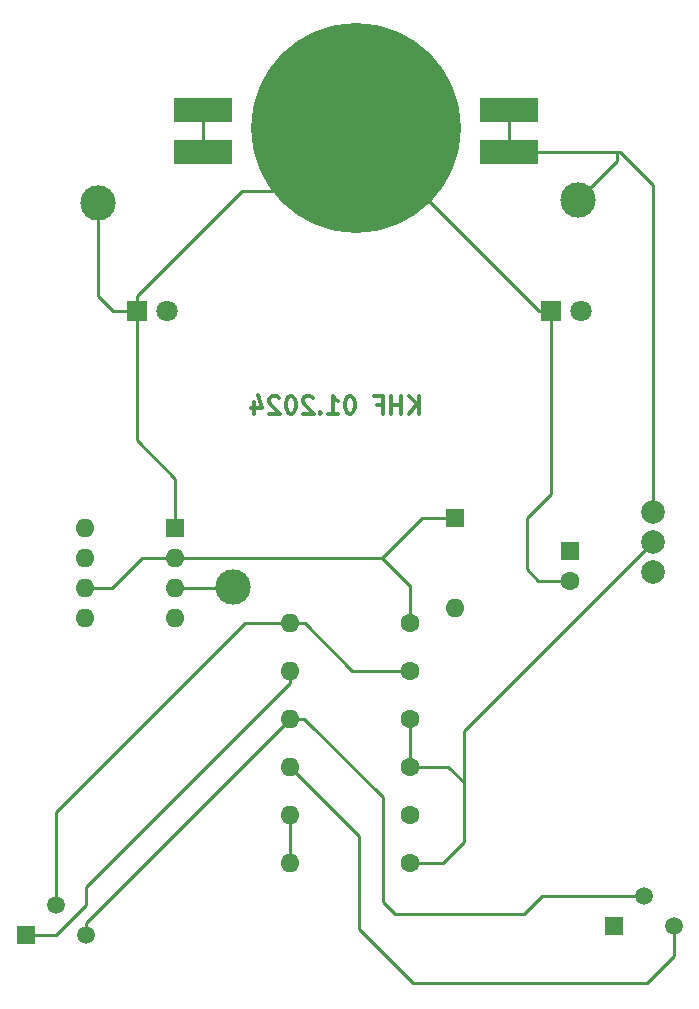
<source format=gbr>
%TF.GenerationSoftware,KiCad,Pcbnew,8.0.1*%
%TF.CreationDate,2024-04-02T10:31:50+02:00*%
%TF.ProjectId,Tiger,54696765-722e-46b6-9963-61645f706362,rev?*%
%TF.SameCoordinates,Original*%
%TF.FileFunction,Copper,L2,Bot*%
%TF.FilePolarity,Positive*%
%FSLAX46Y46*%
G04 Gerber Fmt 4.6, Leading zero omitted, Abs format (unit mm)*
G04 Created by KiCad (PCBNEW 8.0.1) date 2024-04-02 10:31:50*
%MOMM*%
%LPD*%
G01*
G04 APERTURE LIST*
%ADD10C,0.300000*%
%TA.AperFunction,NonConductor*%
%ADD11C,0.300000*%
%TD*%
%TA.AperFunction,ComponentPad*%
%ADD12R,1.800000X1.800000*%
%TD*%
%TA.AperFunction,ComponentPad*%
%ADD13C,1.800000*%
%TD*%
%TA.AperFunction,ComponentPad*%
%ADD14R,1.500000X1.500000*%
%TD*%
%TA.AperFunction,ComponentPad*%
%ADD15C,1.500000*%
%TD*%
%TA.AperFunction,SMDPad,CuDef*%
%ADD16C,3.000000*%
%TD*%
%TA.AperFunction,ComponentPad*%
%ADD17C,1.600000*%
%TD*%
%TA.AperFunction,ComponentPad*%
%ADD18O,1.600000X1.600000*%
%TD*%
%TA.AperFunction,ComponentPad*%
%ADD19R,1.600000X1.600000*%
%TD*%
%TA.AperFunction,ComponentPad*%
%ADD20C,2.000000*%
%TD*%
%TA.AperFunction,SMDPad,CuDef*%
%ADD21R,5.000000X2.000000*%
%TD*%
%TA.AperFunction,SMDPad,CuDef*%
%ADD22C,17.780000*%
%TD*%
%TA.AperFunction,Conductor*%
%ADD23C,0.250000*%
%TD*%
G04 APERTURE END LIST*
D10*
D11*
X70410489Y-68354828D02*
X70410489Y-66854828D01*
X69553346Y-68354828D02*
X70196203Y-67497685D01*
X69553346Y-66854828D02*
X70410489Y-67711971D01*
X68910489Y-68354828D02*
X68910489Y-66854828D01*
X68910489Y-67569114D02*
X68053346Y-67569114D01*
X68053346Y-68354828D02*
X68053346Y-66854828D01*
X66839060Y-67569114D02*
X67339060Y-67569114D01*
X67339060Y-68354828D02*
X67339060Y-66854828D01*
X67339060Y-66854828D02*
X66624774Y-66854828D01*
X64624774Y-66854828D02*
X64481917Y-66854828D01*
X64481917Y-66854828D02*
X64339060Y-66926257D01*
X64339060Y-66926257D02*
X64267632Y-66997685D01*
X64267632Y-66997685D02*
X64196203Y-67140542D01*
X64196203Y-67140542D02*
X64124774Y-67426257D01*
X64124774Y-67426257D02*
X64124774Y-67783400D01*
X64124774Y-67783400D02*
X64196203Y-68069114D01*
X64196203Y-68069114D02*
X64267632Y-68211971D01*
X64267632Y-68211971D02*
X64339060Y-68283400D01*
X64339060Y-68283400D02*
X64481917Y-68354828D01*
X64481917Y-68354828D02*
X64624774Y-68354828D01*
X64624774Y-68354828D02*
X64767632Y-68283400D01*
X64767632Y-68283400D02*
X64839060Y-68211971D01*
X64839060Y-68211971D02*
X64910489Y-68069114D01*
X64910489Y-68069114D02*
X64981917Y-67783400D01*
X64981917Y-67783400D02*
X64981917Y-67426257D01*
X64981917Y-67426257D02*
X64910489Y-67140542D01*
X64910489Y-67140542D02*
X64839060Y-66997685D01*
X64839060Y-66997685D02*
X64767632Y-66926257D01*
X64767632Y-66926257D02*
X64624774Y-66854828D01*
X62696203Y-68354828D02*
X63553346Y-68354828D01*
X63124775Y-68354828D02*
X63124775Y-66854828D01*
X63124775Y-66854828D02*
X63267632Y-67069114D01*
X63267632Y-67069114D02*
X63410489Y-67211971D01*
X63410489Y-67211971D02*
X63553346Y-67283400D01*
X62053347Y-68211971D02*
X61981918Y-68283400D01*
X61981918Y-68283400D02*
X62053347Y-68354828D01*
X62053347Y-68354828D02*
X62124775Y-68283400D01*
X62124775Y-68283400D02*
X62053347Y-68211971D01*
X62053347Y-68211971D02*
X62053347Y-68354828D01*
X61410489Y-66997685D02*
X61339061Y-66926257D01*
X61339061Y-66926257D02*
X61196204Y-66854828D01*
X61196204Y-66854828D02*
X60839061Y-66854828D01*
X60839061Y-66854828D02*
X60696204Y-66926257D01*
X60696204Y-66926257D02*
X60624775Y-66997685D01*
X60624775Y-66997685D02*
X60553346Y-67140542D01*
X60553346Y-67140542D02*
X60553346Y-67283400D01*
X60553346Y-67283400D02*
X60624775Y-67497685D01*
X60624775Y-67497685D02*
X61481918Y-68354828D01*
X61481918Y-68354828D02*
X60553346Y-68354828D01*
X59624775Y-66854828D02*
X59481918Y-66854828D01*
X59481918Y-66854828D02*
X59339061Y-66926257D01*
X59339061Y-66926257D02*
X59267633Y-66997685D01*
X59267633Y-66997685D02*
X59196204Y-67140542D01*
X59196204Y-67140542D02*
X59124775Y-67426257D01*
X59124775Y-67426257D02*
X59124775Y-67783400D01*
X59124775Y-67783400D02*
X59196204Y-68069114D01*
X59196204Y-68069114D02*
X59267633Y-68211971D01*
X59267633Y-68211971D02*
X59339061Y-68283400D01*
X59339061Y-68283400D02*
X59481918Y-68354828D01*
X59481918Y-68354828D02*
X59624775Y-68354828D01*
X59624775Y-68354828D02*
X59767633Y-68283400D01*
X59767633Y-68283400D02*
X59839061Y-68211971D01*
X59839061Y-68211971D02*
X59910490Y-68069114D01*
X59910490Y-68069114D02*
X59981918Y-67783400D01*
X59981918Y-67783400D02*
X59981918Y-67426257D01*
X59981918Y-67426257D02*
X59910490Y-67140542D01*
X59910490Y-67140542D02*
X59839061Y-66997685D01*
X59839061Y-66997685D02*
X59767633Y-66926257D01*
X59767633Y-66926257D02*
X59624775Y-66854828D01*
X58553347Y-66997685D02*
X58481919Y-66926257D01*
X58481919Y-66926257D02*
X58339062Y-66854828D01*
X58339062Y-66854828D02*
X57981919Y-66854828D01*
X57981919Y-66854828D02*
X57839062Y-66926257D01*
X57839062Y-66926257D02*
X57767633Y-66997685D01*
X57767633Y-66997685D02*
X57696204Y-67140542D01*
X57696204Y-67140542D02*
X57696204Y-67283400D01*
X57696204Y-67283400D02*
X57767633Y-67497685D01*
X57767633Y-67497685D02*
X58624776Y-68354828D01*
X58624776Y-68354828D02*
X57696204Y-68354828D01*
X56410491Y-67354828D02*
X56410491Y-68354828D01*
X56767633Y-66783400D02*
X57124776Y-67854828D01*
X57124776Y-67854828D02*
X56196205Y-67854828D01*
D12*
%TO.P,D1,1,K*%
%TO.N,Net-(D1-K)*%
X46482000Y-59690000D03*
D13*
%TO.P,D1,2,A*%
%TO.N,Net-(D1-A)*%
X49022000Y-59690000D03*
%TD*%
D14*
%TO.P,Q2,1,E*%
%TO.N,Net-(D1-A)*%
X86868000Y-111760000D03*
D15*
%TO.P,Q2,2,B*%
%TO.N,Net-(Q1-C)*%
X89408000Y-109220000D03*
%TO.P,Q2,3,C*%
%TO.N,Net-(Q2-C)*%
X91948000Y-111760000D03*
%TD*%
D16*
%TO.P,,1*%
%TO.N,Net-(S1-A-Pad1)*%
X83820000Y-50292000D03*
%TD*%
%TO.P,,1*%
%TO.N,Net-(D1-K)*%
X43180000Y-50546000D03*
%TD*%
D12*
%TO.P,D2,1,K*%
%TO.N,Net-(D1-K)*%
X81534000Y-59690000D03*
D13*
%TO.P,D2,2,A*%
%TO.N,Net-(D1-A)*%
X84074000Y-59690000D03*
%TD*%
D14*
%TO.P,Q1,1,E*%
%TO.N,Net-(D1-K)*%
X37084000Y-112522000D03*
D15*
%TO.P,Q1,2,B*%
%TO.N,Net-(Q1-B)*%
X39624000Y-109982000D03*
%TO.P,Q1,3,C*%
%TO.N,Net-(Q1-C)*%
X42164000Y-112522000D03*
%TD*%
D17*
%TO.P,R4,1*%
%TO.N,Net-(Q1-B)*%
X69596000Y-90156000D03*
D18*
%TO.P,R4,2*%
%TO.N,Net-(D1-K)*%
X59436000Y-90156000D03*
%TD*%
D19*
%TO.P,D3,1,K*%
%TO.N,Net-(D3-K)*%
X73406000Y-77216000D03*
D18*
%TO.P,D3,2,A*%
%TO.N,Net-(D3-A)*%
X73406000Y-84836000D03*
%TD*%
D17*
%TO.P,R3,1*%
%TO.N,Net-(D3-K)*%
X69596000Y-86106000D03*
D18*
%TO.P,R3,2*%
%TO.N,Net-(Q1-B)*%
X59436000Y-86106000D03*
%TD*%
D20*
%TO.P,S1,1,A*%
%TO.N,Net-(S1-A-Pad1)*%
X90170000Y-76708000D03*
%TO.P,S1,2,E*%
%TO.N,Net-(S1-E)*%
X90170000Y-79248000D03*
%TO.P,S1,3,A*%
%TO.N,unconnected-(S1-A-Pad3)*%
X90170000Y-81788000D03*
%TD*%
D21*
%TO.P,U2,1*%
%TO.N,Net-(S1-A-Pad1)*%
X77978000Y-46228000D03*
X77978000Y-42672000D03*
X52084000Y-46228000D03*
X52084000Y-42672000D03*
D22*
%TO.P,U2,2*%
%TO.N,Net-(D1-K)*%
X65024000Y-44196000D03*
%TD*%
D19*
%TO.P,U1,1,GND*%
%TO.N,Net-(D1-K)*%
X49774000Y-77988000D03*
D18*
%TO.P,U1,2,TR*%
%TO.N,Net-(D3-K)*%
X49774000Y-80528000D03*
%TO.P,U1,3,Q*%
%TO.N,unconnected-(U1-Q-Pad3)*%
X49774000Y-83068000D03*
%TO.P,U1,4,R*%
%TO.N,Net-(S1-E)*%
X49774000Y-85608000D03*
%TO.P,U1,5,CV*%
%TO.N,unconnected-(U1-CV-Pad5)*%
X42154000Y-85608000D03*
%TO.P,U1,6,THR*%
%TO.N,Net-(D3-K)*%
X42154000Y-83068000D03*
%TO.P,U1,7,DIS*%
%TO.N,Net-(D3-A)*%
X42154000Y-80528000D03*
%TO.P,U1,8,VCC*%
%TO.N,Net-(S1-E)*%
X42154000Y-77988000D03*
%TD*%
D16*
%TO.P,Q,1*%
%TO.N,unconnected-(U1-Q-Pad3)*%
X54610000Y-83058000D03*
%TD*%
D17*
%TO.P,R1off1,1*%
%TO.N,Net-(S1-E)*%
X69596000Y-106356000D03*
D18*
%TO.P,R1off1,2*%
%TO.N,Net-(D3-A)*%
X59436000Y-106356000D03*
%TD*%
D17*
%TO.P,R5,1*%
%TO.N,Net-(S1-E)*%
X69596000Y-94206000D03*
D18*
%TO.P,R5,2*%
%TO.N,Net-(Q1-C)*%
X59436000Y-94206000D03*
%TD*%
D19*
%TO.P,C1,1*%
%TO.N,Net-(D3-K)*%
X83216000Y-80010000D03*
D17*
%TO.P,C1,2*%
%TO.N,Net-(D1-K)*%
X83216000Y-82510000D03*
%TD*%
%TO.P,R6,1*%
%TO.N,Net-(S1-E)*%
X69596000Y-98256000D03*
D18*
%TO.P,R6,2*%
%TO.N,Net-(Q2-C)*%
X59436000Y-98256000D03*
%TD*%
D17*
%TO.P,R7,1*%
%TO.N,Net-(D3-K)*%
X69596000Y-102306000D03*
D18*
%TO.P,R7,2*%
%TO.N,Net-(D3-A)*%
X59436000Y-102306000D03*
%TD*%
D23*
%TO.N,Net-(D3-K)*%
X70612000Y-77216000D02*
X67300000Y-80528000D01*
X46980000Y-80528000D02*
X49774000Y-80528000D01*
X73406000Y-77216000D02*
X70612000Y-77216000D01*
X42154000Y-83068000D02*
X44440000Y-83068000D01*
X49774000Y-80528000D02*
X67300000Y-80528000D01*
X69586000Y-82814000D02*
X69596000Y-82824000D01*
X44440000Y-83068000D02*
X46980000Y-80528000D01*
X69596000Y-82824000D02*
X69596000Y-86106000D01*
X67300000Y-80528000D02*
X69586000Y-82814000D01*
%TO.N,Net-(D1-K)*%
X46482000Y-59690000D02*
X46482000Y-58420000D01*
X55372000Y-49530000D02*
X59690000Y-49530000D01*
X80518000Y-59690000D02*
X81534000Y-59690000D01*
X65024000Y-44196000D02*
X80518000Y-59690000D01*
X39624000Y-112522000D02*
X37084000Y-112522000D01*
X46482000Y-59690000D02*
X46482000Y-70612000D01*
X79502000Y-77216000D02*
X79502000Y-81534000D01*
X79502000Y-81534000D02*
X80478000Y-82510000D01*
X43180000Y-50546000D02*
X43180000Y-58420000D01*
X43180000Y-58420000D02*
X44450000Y-59690000D01*
X59436000Y-91186000D02*
X42164000Y-108458000D01*
X46482000Y-70612000D02*
X49774000Y-73904000D01*
X49774000Y-73904000D02*
X49774000Y-77988000D01*
X80478000Y-82510000D02*
X83216000Y-82510000D01*
X59436000Y-90156000D02*
X59436000Y-91186000D01*
X44450000Y-59690000D02*
X46482000Y-59690000D01*
X59690000Y-49530000D02*
X65024000Y-44196000D01*
X81534000Y-59690000D02*
X81534000Y-75184000D01*
X42164000Y-109982000D02*
X39624000Y-112522000D01*
X46482000Y-58420000D02*
X55372000Y-49530000D01*
X81534000Y-75184000D02*
X79502000Y-77216000D01*
X42164000Y-108458000D02*
X42164000Y-109982000D01*
%TO.N,Net-(D3-A)*%
X59436000Y-102306000D02*
X59436000Y-106356000D01*
%TO.N,Net-(Q1-B)*%
X55626000Y-86106000D02*
X59436000Y-86106000D01*
X60706000Y-86106000D02*
X64756000Y-90156000D01*
X64756000Y-90156000D02*
X69596000Y-90156000D01*
X39624000Y-102108000D02*
X55626000Y-86106000D01*
X39624000Y-109982000D02*
X39624000Y-102108000D01*
X59436000Y-86106000D02*
X60706000Y-86106000D01*
%TO.N,Net-(Q1-C)*%
X42164000Y-112522000D02*
X42164000Y-111478000D01*
X80772000Y-109220000D02*
X79248000Y-110744000D01*
X42164000Y-111478000D02*
X59436000Y-94206000D01*
X89408000Y-109220000D02*
X80772000Y-109220000D01*
X68326000Y-110744000D02*
X67310000Y-109728000D01*
X67310000Y-100838000D02*
X60678000Y-94206000D01*
X79248000Y-110744000D02*
X68326000Y-110744000D01*
X60678000Y-94206000D02*
X59436000Y-94206000D01*
X67310000Y-109728000D02*
X67310000Y-100838000D01*
%TO.N,Net-(Q2-C)*%
X89662000Y-116586000D02*
X91948000Y-114300000D01*
X65278000Y-112014000D02*
X69850000Y-116586000D01*
X91948000Y-114300000D02*
X91948000Y-111760000D01*
X59436000Y-98256000D02*
X65278000Y-104098000D01*
X65278000Y-104098000D02*
X65278000Y-112014000D01*
X69850000Y-116586000D02*
X89662000Y-116586000D01*
%TO.N,Net-(S1-E)*%
X74168000Y-104648000D02*
X74168000Y-99568000D01*
X69596000Y-94206000D02*
X69596000Y-98256000D01*
X90170000Y-79248000D02*
X74168000Y-95250000D01*
X72460000Y-106356000D02*
X74168000Y-104648000D01*
X69596000Y-106356000D02*
X72460000Y-106356000D01*
X72856000Y-98256000D02*
X69596000Y-98256000D01*
X74168000Y-95250000D02*
X74168000Y-99568000D01*
X74168000Y-99568000D02*
X72856000Y-98256000D01*
%TO.N,Net-(S1-A-Pad1)*%
X90170000Y-76708000D02*
X90170000Y-49022000D01*
X77978000Y-46228000D02*
X77978000Y-42672000D01*
X77978000Y-46228000D02*
X87122000Y-46228000D01*
X87122000Y-46990000D02*
X87122000Y-46228000D01*
X83820000Y-50292000D02*
X87122000Y-46990000D01*
X87122000Y-46228000D02*
X87376000Y-46228000D01*
X52084000Y-46228000D02*
X52084000Y-42672000D01*
X90170000Y-49022000D02*
X87376000Y-46228000D01*
%TO.N,unconnected-(U1-Q-Pad3)*%
X49774000Y-83068000D02*
X54854000Y-83068000D01*
%TD*%
M02*

</source>
